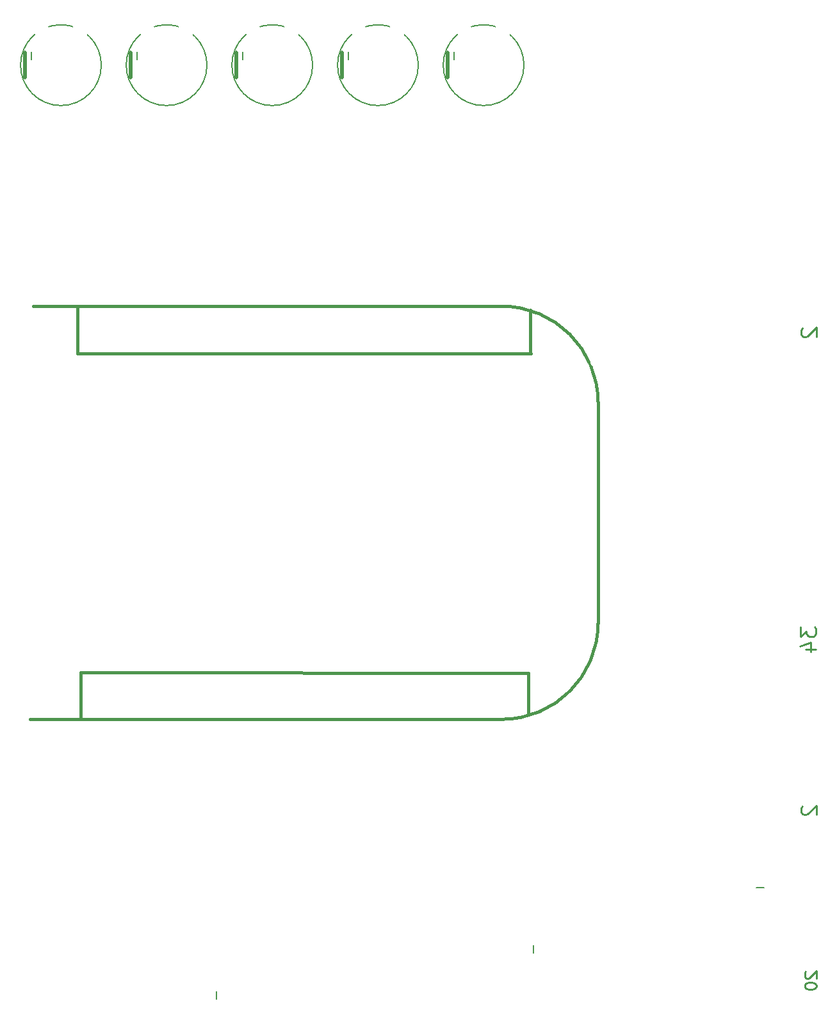
<source format=gbo>
G04 #@! TF.FileFunction,Legend,Bot*
%FSLAX46Y46*%
G04 Gerber Fmt 4.6, Leading zero omitted, Abs format (unit mm)*
G04 Created by KiCad (PCBNEW (after 2015-mar-04 BZR unknown)-product) date Sun 03 Mar 2019 09:58:19 PM EST*
%MOMM*%
G01*
G04 APERTURE LIST*
%ADD10C,0.152400*%
%ADD11C,0.203200*%
%ADD12C,0.254000*%
%ADD13C,0.381000*%
%ADD14C,0.508000*%
%ADD15C,0.762000*%
%ADD16R,9.601200X1.727200*%
%ADD17C,3.505200*%
%ADD18R,1.930400X1.930400*%
%ADD19C,1.930400*%
%ADD20O,1.930400X1.930400*%
%ADD21C,1.727200*%
%ADD22R,1.930400X2.235200*%
%ADD23O,1.930400X2.235200*%
%ADD24R,2.235200X1.930400*%
%ADD25O,2.235200X1.930400*%
%ADD26R,1.600200X1.600200*%
%ADD27C,1.600200*%
%ADD28R,2.743200X2.743200*%
%ADD29C,2.997200*%
%ADD30C,4.191000*%
%ADD31C,2.743200*%
%ADD32C,1.879600*%
%ADD33C,2.202180*%
%ADD34R,2.235200X2.235200*%
%ADD35O,2.235200X2.235200*%
%ADD36R,2.438400X2.438400*%
%ADD37C,1.854200*%
%ADD38C,1.981200*%
%ADD39O,1.574800X1.854200*%
%ADD40R,1.574800X1.854200*%
%ADD41C,4.953000*%
%ADD42R,1.981200X1.981200*%
G04 APERTURE END LIST*
D10*
D11*
X143891000Y-150876000D02*
X143891000Y-151892000D01*
X185801000Y-145796000D02*
X185801000Y-144780000D01*
X215265000Y-137160000D02*
X216281000Y-137160000D01*
D12*
X221086438Y-102710948D02*
X221086438Y-103968852D01*
X221860533Y-103291519D01*
X221860533Y-103581805D01*
X221957295Y-103775329D01*
X222054057Y-103872091D01*
X222247581Y-103968852D01*
X222731390Y-103968852D01*
X222924914Y-103872091D01*
X223021676Y-103775329D01*
X223118438Y-103581805D01*
X223118438Y-103001233D01*
X223021676Y-102807710D01*
X222924914Y-102710948D01*
X221763771Y-105710567D02*
X223118438Y-105710567D01*
X220989676Y-105226757D02*
X222441105Y-104742948D01*
X222441105Y-106000852D01*
X221330762Y-63224229D02*
X221234000Y-63320991D01*
X221137238Y-63514514D01*
X221137238Y-63998324D01*
X221234000Y-64191848D01*
X221330762Y-64288610D01*
X221524286Y-64385371D01*
X221717810Y-64385371D01*
X222008095Y-64288610D01*
X223169238Y-63127467D01*
X223169238Y-64385371D01*
X221776471Y-148305157D02*
X221703900Y-148377728D01*
X221631329Y-148522871D01*
X221631329Y-148885728D01*
X221703900Y-149030871D01*
X221776471Y-149103442D01*
X221921614Y-149176014D01*
X222066757Y-149176014D01*
X222284471Y-149103442D01*
X223155329Y-148232585D01*
X223155329Y-149176014D01*
X221631329Y-150119443D02*
X221631329Y-150264586D01*
X221703900Y-150409729D01*
X221776471Y-150482300D01*
X221921614Y-150554871D01*
X222211900Y-150627443D01*
X222574757Y-150627443D01*
X222865043Y-150554871D01*
X223010186Y-150482300D01*
X223082757Y-150409729D01*
X223155329Y-150264586D01*
X223155329Y-150119443D01*
X223082757Y-149974300D01*
X223010186Y-149901729D01*
X222865043Y-149829157D01*
X222574757Y-149756586D01*
X222211900Y-149756586D01*
X221921614Y-149829157D01*
X221776471Y-149901729D01*
X221703900Y-149974300D01*
X221631329Y-150119443D01*
X221356162Y-126406729D02*
X221259400Y-126503491D01*
X221162638Y-126697014D01*
X221162638Y-127180824D01*
X221259400Y-127374348D01*
X221356162Y-127471110D01*
X221549686Y-127567871D01*
X221743210Y-127567871D01*
X222033495Y-127471110D01*
X223194638Y-126309967D01*
X223194638Y-127567871D01*
D13*
X125476000Y-60325000D02*
X125476000Y-66548000D01*
X125526800Y-66548000D02*
X185420000Y-66548000D01*
X185369200Y-66497200D02*
X185369200Y-60807600D01*
X125882400Y-114808000D02*
X125882400Y-108762800D01*
X125882400Y-108762800D02*
X185115200Y-108813600D01*
X185115200Y-108813600D02*
X185115200Y-114350800D01*
X181610000Y-60325000D02*
X119634000Y-60325000D01*
X181610000Y-114935000D02*
X119253000Y-114935000D01*
X194310000Y-102235000D02*
X194310000Y-73025000D01*
X181610000Y-114935000D02*
G75*
G03X194310000Y-102235000I0J12700000D01*
G01*
X194310000Y-73025000D02*
G75*
G03X181610000Y-60325000I-12700000J0D01*
G01*
D14*
X174387000Y-30099000D02*
X174387000Y-26797000D01*
D10*
X184512951Y-28448000D02*
G75*
G03X184512951Y-28448000I-5339951J0D01*
G01*
X175276000Y-27686000D02*
X175276000Y-26670000D01*
D14*
X160417000Y-30099000D02*
X160417000Y-26797000D01*
D10*
X170542951Y-28448000D02*
G75*
G03X170542951Y-28448000I-5339951J0D01*
G01*
X161306000Y-27686000D02*
X161306000Y-26670000D01*
D14*
X132477000Y-30099000D02*
X132477000Y-26797000D01*
D10*
X142602951Y-28448000D02*
G75*
G03X142602951Y-28448000I-5339951J0D01*
G01*
X133366000Y-27686000D02*
X133366000Y-26670000D01*
D14*
X146447000Y-30099000D02*
X146447000Y-26797000D01*
D10*
X156572951Y-28448000D02*
G75*
G03X156572951Y-28448000I-5339951J0D01*
G01*
X147336000Y-27686000D02*
X147336000Y-26670000D01*
D14*
X118507000Y-30099000D02*
X118507000Y-26797000D01*
D10*
X128632951Y-28448000D02*
G75*
G03X128632951Y-28448000I-5339951J0D01*
G01*
X119396000Y-27686000D02*
X119396000Y-26670000D01*
%LPC*%
D15*
X224434400Y-151917000D02*
X224434400Y-124434200D01*
X225196400Y-151917000D02*
X225196400Y-124434200D01*
X225958400Y-151917000D02*
X225958400Y-124434200D01*
X226720400Y-151917000D02*
X226720400Y-124434200D01*
X227482400Y-151917000D02*
X227482400Y-124434200D01*
X228244400Y-151917000D02*
X228244400Y-124434200D01*
X229006400Y-151917000D02*
X229006400Y-124434200D01*
X229768400Y-151917000D02*
X229768400Y-124434200D01*
X230530400Y-151917000D02*
X230530400Y-124434200D01*
X231292400Y-151917000D02*
X231292400Y-124434200D01*
X232054400Y-151917000D02*
X232054400Y-124434200D01*
X232816400Y-151917000D02*
X232816400Y-124434200D01*
X233578400Y-151917000D02*
X233578400Y-124434200D01*
X234340400Y-151917000D02*
X234340400Y-124434200D01*
D10*
X228828600Y-61569600D02*
X228854000Y-61544200D01*
D15*
X224434400Y-106883200D02*
X224434400Y-61518800D01*
X225196400Y-106883200D02*
X225196400Y-61518800D01*
X225958400Y-106883200D02*
X225958400Y-61518800D01*
X226720400Y-106883200D02*
X226720400Y-61518800D01*
X227482400Y-106883200D02*
X227482400Y-61518800D01*
X228244400Y-106883200D02*
X228244400Y-61518800D01*
X229006400Y-106883200D02*
X229006400Y-61518800D01*
X229768400Y-106883200D02*
X229768400Y-61518800D01*
X230530400Y-106883200D02*
X230530400Y-61518800D01*
X231292400Y-106883200D02*
X231292400Y-61518800D01*
X232054400Y-106883200D02*
X232054400Y-61518800D01*
X232816400Y-106883200D02*
X232816400Y-61518800D01*
X233578400Y-106883200D02*
X233578400Y-61518800D01*
X234340400Y-106883200D02*
X234340400Y-61518800D01*
D16*
X228846380Y-126745600D03*
X228846380Y-129285600D03*
X228846380Y-131825600D03*
X228846380Y-134365600D03*
X228846380Y-136905600D03*
X228846380Y-139445600D03*
X228846380Y-141985600D03*
X228846380Y-144525600D03*
X228846380Y-147065600D03*
X228846380Y-149605600D03*
X228841300Y-63881000D03*
X228841300Y-66421000D03*
X228841300Y-68961000D03*
X228841300Y-71501000D03*
X228841300Y-74041000D03*
X228841300Y-76581000D03*
X228841300Y-79121000D03*
X228841300Y-81661000D03*
X228841300Y-84201000D03*
X228841300Y-86741000D03*
X228841300Y-89281000D03*
X228841300Y-91821000D03*
X228841300Y-94361000D03*
X228841300Y-96901000D03*
X228841300Y-99441000D03*
X228841300Y-101981000D03*
X228841300Y-104521000D03*
D17*
X188595000Y-108585000D03*
X122555000Y-111760000D03*
X122555000Y-63500000D03*
X188595000Y-66675000D03*
D18*
X127635000Y-113030000D03*
D19*
X127635000Y-110490000D03*
X130175000Y-113030000D03*
X130175000Y-110490000D03*
X132715000Y-113030000D03*
X132715000Y-110490000D03*
X135255000Y-113030000D03*
X135255000Y-110490000D03*
X137795000Y-113030000D03*
X137795000Y-110490000D03*
X140335000Y-113030000D03*
X140335000Y-110490000D03*
X142875000Y-113030000D03*
X142875000Y-110490000D03*
X145415000Y-113030000D03*
X145415000Y-110490000D03*
X147955000Y-113030000D03*
X147955000Y-110490000D03*
X150495000Y-113030000D03*
X150495000Y-110490000D03*
X153035000Y-113030000D03*
X153035000Y-110490000D03*
X155575000Y-113030000D03*
X155575000Y-110490000D03*
X158115000Y-113030000D03*
X158115000Y-110490000D03*
X160655000Y-113030000D03*
X160655000Y-110490000D03*
X163195000Y-113030000D03*
X163195000Y-110490000D03*
X165735000Y-113030000D03*
X165735000Y-110490000D03*
X168275000Y-113030000D03*
X168275000Y-110490000D03*
X170815000Y-113030000D03*
X170815000Y-110490000D03*
X173355000Y-113030000D03*
X173355000Y-110490000D03*
X175895000Y-113030000D03*
X175895000Y-110490000D03*
X178435000Y-113030000D03*
X178435000Y-110490000D03*
X180975000Y-113030000D03*
X180975000Y-110490000D03*
X183515000Y-113030000D03*
X183515000Y-110490000D03*
D18*
X127635000Y-64770000D03*
D19*
X127635000Y-62230000D03*
X130175000Y-64770000D03*
X130175000Y-62230000D03*
X132715000Y-64770000D03*
X132715000Y-62230000D03*
X135255000Y-64770000D03*
X135255000Y-62230000D03*
X137795000Y-64770000D03*
X137795000Y-62230000D03*
X140335000Y-64770000D03*
X140335000Y-62230000D03*
X142875000Y-64770000D03*
X142875000Y-62230000D03*
X145415000Y-64770000D03*
X145415000Y-62230000D03*
X147955000Y-64770000D03*
X147955000Y-62230000D03*
X150495000Y-64770000D03*
X150495000Y-62230000D03*
X153035000Y-64770000D03*
X153035000Y-62230000D03*
X155575000Y-64770000D03*
X155575000Y-62230000D03*
X158115000Y-64770000D03*
X158115000Y-62230000D03*
X160655000Y-64770000D03*
X160655000Y-62230000D03*
X163195000Y-64770000D03*
X163195000Y-62230000D03*
X165735000Y-64770000D03*
X165735000Y-62230000D03*
X168275000Y-64770000D03*
X168275000Y-62230000D03*
X170815000Y-64770000D03*
X170815000Y-62230000D03*
X173355000Y-64770000D03*
X173355000Y-62230000D03*
X175895000Y-64770000D03*
X175895000Y-62230000D03*
X178435000Y-64770000D03*
X178435000Y-62230000D03*
X180975000Y-64770000D03*
X180975000Y-62230000D03*
X183515000Y-64770000D03*
X183515000Y-62230000D03*
D18*
X204470000Y-50800000D03*
D20*
X204470000Y-48260000D03*
X204470000Y-45720000D03*
D21*
X149479000Y-38100000D03*
X146939000Y-38100000D03*
X152019000Y-38100000D03*
D18*
X175387000Y-84836000D03*
D20*
X175387000Y-82296000D03*
X177927000Y-84836000D03*
X177927000Y-82296000D03*
D18*
X214503000Y-95504000D03*
D20*
X217043000Y-95504000D03*
X214503000Y-98044000D03*
X217043000Y-98044000D03*
X214503000Y-100584000D03*
X217043000Y-100584000D03*
X214503000Y-103124000D03*
X217043000Y-103124000D03*
D18*
X203835000Y-95504000D03*
D20*
X206375000Y-95504000D03*
X203835000Y-98044000D03*
X206375000Y-98044000D03*
X203835000Y-100584000D03*
X206375000Y-100584000D03*
X203835000Y-103124000D03*
X206375000Y-103124000D03*
D18*
X146685000Y-74930000D03*
D20*
X149225000Y-74930000D03*
X146685000Y-77470000D03*
X149225000Y-77470000D03*
X146685000Y-80010000D03*
X149225000Y-80010000D03*
X146685000Y-82550000D03*
X149225000Y-82550000D03*
X146685000Y-85090000D03*
X149225000Y-85090000D03*
X146685000Y-87630000D03*
X149225000Y-87630000D03*
X146685000Y-90170000D03*
X149225000Y-90170000D03*
X146685000Y-92710000D03*
X149225000Y-92710000D03*
X146685000Y-95250000D03*
X149225000Y-95250000D03*
X146685000Y-97790000D03*
X149225000Y-97790000D03*
D18*
X211455000Y-129540000D03*
D20*
X213995000Y-129540000D03*
X211455000Y-132080000D03*
X213995000Y-132080000D03*
X211455000Y-134620000D03*
X213995000Y-134620000D03*
X211455000Y-137160000D03*
X213995000Y-137160000D03*
X211455000Y-139700000D03*
X213995000Y-139700000D03*
X211455000Y-142240000D03*
X213995000Y-142240000D03*
X211455000Y-144780000D03*
X213995000Y-144780000D03*
X211455000Y-147320000D03*
X213995000Y-147320000D03*
X211455000Y-149860000D03*
X213995000Y-149860000D03*
X211455000Y-152400000D03*
X213995000Y-152400000D03*
D18*
X178181000Y-149606000D03*
D20*
X178181000Y-147066000D03*
X180721000Y-149606000D03*
X180721000Y-147066000D03*
X183261000Y-149606000D03*
X183261000Y-147066000D03*
X185801000Y-149606000D03*
X185801000Y-147066000D03*
X188341000Y-149606000D03*
X188341000Y-147066000D03*
X190881000Y-149606000D03*
X190881000Y-147066000D03*
X193421000Y-149606000D03*
X193421000Y-147066000D03*
X195961000Y-149606000D03*
X195961000Y-147066000D03*
X198501000Y-149606000D03*
X198501000Y-147066000D03*
X201041000Y-149606000D03*
X201041000Y-147066000D03*
D18*
X126111000Y-149606000D03*
D20*
X126111000Y-147066000D03*
X128651000Y-149606000D03*
X128651000Y-147066000D03*
X131191000Y-149606000D03*
X131191000Y-147066000D03*
X133731000Y-149606000D03*
X133731000Y-147066000D03*
X136271000Y-149606000D03*
X136271000Y-147066000D03*
X138811000Y-149606000D03*
X138811000Y-147066000D03*
X141351000Y-149606000D03*
X141351000Y-147066000D03*
X143891000Y-149606000D03*
X143891000Y-147066000D03*
X146431000Y-149606000D03*
X146431000Y-147066000D03*
X148971000Y-149606000D03*
X148971000Y-147066000D03*
X151511000Y-149606000D03*
X151511000Y-147066000D03*
X154051000Y-149606000D03*
X154051000Y-147066000D03*
X156591000Y-149606000D03*
X156591000Y-147066000D03*
X159131000Y-149606000D03*
X159131000Y-147066000D03*
X161671000Y-149606000D03*
X161671000Y-147066000D03*
X164211000Y-149606000D03*
X164211000Y-147066000D03*
X166751000Y-149606000D03*
X166751000Y-147066000D03*
D22*
X145415000Y-140335000D03*
D23*
X147955000Y-140335000D03*
X150495000Y-140335000D03*
X153035000Y-140335000D03*
X155575000Y-140335000D03*
X158115000Y-140335000D03*
X160655000Y-140335000D03*
X163195000Y-140335000D03*
X165735000Y-140335000D03*
X168275000Y-140335000D03*
D24*
X216535000Y-62865000D03*
D25*
X216535000Y-65405000D03*
X216535000Y-67945000D03*
X216535000Y-70485000D03*
X216535000Y-73025000D03*
X216535000Y-75565000D03*
X216535000Y-78105000D03*
X216535000Y-80645000D03*
X216535000Y-83185000D03*
X216535000Y-85725000D03*
D26*
X145415000Y-137160000D03*
D27*
X147955000Y-137160000D03*
X150495000Y-137160000D03*
X153035000Y-137160000D03*
X155575000Y-137160000D03*
X158115000Y-137160000D03*
X160655000Y-137160000D03*
X163195000Y-137160000D03*
X165735000Y-137160000D03*
X168275000Y-137160000D03*
X168275000Y-129540000D03*
X165735000Y-129540000D03*
X163195000Y-129540000D03*
X160655000Y-129540000D03*
X158115000Y-129540000D03*
X155575000Y-129540000D03*
X153035000Y-129540000D03*
X150495000Y-129540000D03*
X147955000Y-129540000D03*
X145415000Y-129540000D03*
D28*
X220218000Y-40894000D03*
D29*
X220218000Y-35814000D03*
X220218000Y-30734000D03*
X220218000Y-25654000D03*
D30*
X230378000Y-28194000D03*
X230378000Y-38354000D03*
D31*
X222758000Y-23114000D03*
X222758000Y-43434000D03*
D32*
X133350000Y-53340000D03*
X133350000Y-50800000D03*
D33*
X198086980Y-53848000D03*
X177766980Y-53848000D03*
D31*
X208915000Y-28575000D03*
D28*
X208915000Y-43815000D03*
D31*
X157924000Y-55753000D03*
D28*
X173164000Y-55753000D03*
D26*
X191643000Y-72644000D03*
D27*
X191643000Y-75184000D03*
X191643000Y-77724000D03*
X191643000Y-80264000D03*
X191643000Y-82804000D03*
X191643000Y-85344000D03*
X191643000Y-87884000D03*
X199263000Y-87884000D03*
X199263000Y-85344000D03*
X199263000Y-82804000D03*
X199263000Y-80264000D03*
X199263000Y-77724000D03*
X199263000Y-75184000D03*
X199263000Y-72644000D03*
D26*
X133223000Y-125730000D03*
D27*
X135763000Y-125730000D03*
X138303000Y-125730000D03*
X140843000Y-125730000D03*
X143383000Y-125730000D03*
X145923000Y-125730000D03*
X148463000Y-125730000D03*
X148463000Y-118110000D03*
X145923000Y-118110000D03*
X143383000Y-118110000D03*
X140843000Y-118110000D03*
X138303000Y-118110000D03*
X135763000Y-118110000D03*
X133223000Y-118110000D03*
D26*
X160401000Y-125730000D03*
D27*
X162941000Y-125730000D03*
X165481000Y-125730000D03*
X168021000Y-125730000D03*
X170561000Y-125730000D03*
X173101000Y-125730000D03*
X175641000Y-125730000D03*
X175641000Y-118110000D03*
X173101000Y-118110000D03*
X170561000Y-118110000D03*
X168021000Y-118110000D03*
X165481000Y-118110000D03*
X162941000Y-118110000D03*
X160401000Y-118110000D03*
D34*
X131699000Y-135382000D03*
D35*
X131699000Y-137922000D03*
D26*
X204597000Y-60452000D03*
D27*
X204597000Y-62992000D03*
X204597000Y-65532000D03*
X204597000Y-68072000D03*
X204597000Y-70612000D03*
X204597000Y-73152000D03*
X204597000Y-75692000D03*
X204597000Y-78232000D03*
X204597000Y-80772000D03*
X204597000Y-83312000D03*
X212217000Y-83312000D03*
X212217000Y-80772000D03*
X212217000Y-78232000D03*
X212217000Y-75692000D03*
X212217000Y-73152000D03*
X212217000Y-70612000D03*
X212217000Y-68072000D03*
X212217000Y-65532000D03*
X212217000Y-62992000D03*
X212217000Y-60452000D03*
D26*
X168529000Y-78232000D03*
D27*
X171069000Y-78232000D03*
X173609000Y-78232000D03*
X176149000Y-78232000D03*
X176149000Y-70612000D03*
X173609000Y-70612000D03*
X171069000Y-70612000D03*
X168529000Y-70612000D03*
D36*
X214757000Y-26670000D03*
X215138000Y-42672000D03*
X125095000Y-51435000D03*
X191897000Y-96012000D03*
D37*
X178435000Y-50721260D03*
X178435000Y-40561260D03*
X195023740Y-129540000D03*
X205183740Y-129540000D03*
X134747000Y-69674740D03*
X134747000Y-79834740D03*
X157607000Y-88978740D03*
X157607000Y-99138740D03*
X161671000Y-88978740D03*
X161671000Y-99138740D03*
X182880000Y-35892740D03*
X182880000Y-46052740D03*
X160733740Y-81534000D03*
X170893740Y-81534000D03*
X160733740Y-85090000D03*
X170893740Y-85090000D03*
X175816260Y-103632000D03*
X165656260Y-103632000D03*
X137081260Y-57150000D03*
X126921260Y-57150000D03*
X120728740Y-44450000D03*
X130888740Y-44450000D03*
X144066260Y-44450000D03*
X133906260Y-44450000D03*
X156591000Y-36654740D03*
X156591000Y-46814740D03*
X160606740Y-43942000D03*
X170766740Y-43942000D03*
X171181260Y-48958500D03*
X161021260Y-48958500D03*
X123571000Y-120982740D03*
X123571000Y-131142740D03*
X141272260Y-103124000D03*
X131112260Y-103124000D03*
X189532260Y-129540000D03*
X179372260Y-129540000D03*
X141399260Y-98933000D03*
X131239260Y-98933000D03*
X138811000Y-69674740D03*
X138811000Y-79834740D03*
X207977740Y-50038000D03*
X218137740Y-50038000D03*
D21*
X197485000Y-116205000D03*
X197485000Y-118745000D03*
X165227000Y-73152000D03*
X165227000Y-75692000D03*
X140335000Y-131826000D03*
X140335000Y-134366000D03*
X128651000Y-120650000D03*
X128651000Y-123190000D03*
X193802000Y-135128000D03*
X193802000Y-137668000D03*
X196723000Y-67564000D03*
X194183000Y-67564000D03*
X209677000Y-55626000D03*
X207137000Y-55626000D03*
X155829000Y-120650000D03*
X155829000Y-123190000D03*
X178054000Y-134874000D03*
X178054000Y-137414000D03*
D38*
X186817000Y-48768000D03*
X186817000Y-43688000D03*
X191897000Y-48768000D03*
X191897000Y-43688000D03*
X196977000Y-48768000D03*
X196977000Y-43688000D03*
X198120000Y-38735000D03*
X203200000Y-38735000D03*
D39*
X188239400Y-38785800D03*
X189941200Y-38785800D03*
X191643000Y-38785800D03*
X193344800Y-38785800D03*
D40*
X195046600Y-38785800D03*
D37*
X191566800Y-25069800D03*
X191135000Y-122349260D03*
X191135000Y-112189260D03*
X203835000Y-34465260D03*
X203835000Y-24305260D03*
X198755000Y-24462740D03*
X198755000Y-34622740D03*
X151940260Y-54864000D03*
X141780260Y-54864000D03*
X151940260Y-51054000D03*
X141780260Y-51054000D03*
D26*
X201930000Y-121285000D03*
D27*
X204470000Y-121285000D03*
X207010000Y-121285000D03*
X209550000Y-121285000D03*
X212090000Y-121285000D03*
X214630000Y-121285000D03*
X217170000Y-121285000D03*
X217170000Y-113665000D03*
X214630000Y-113665000D03*
X212090000Y-113665000D03*
X209550000Y-113665000D03*
X207010000Y-113665000D03*
X204470000Y-113665000D03*
X201930000Y-113665000D03*
D41*
X201422000Y-18161000D03*
X201422000Y-157861000D03*
X122174000Y-157861000D03*
X122174000Y-18161000D03*
D36*
X194183000Y-60452000D03*
X170815000Y-93980000D03*
D37*
X194183000Y-122349260D03*
X194183000Y-112189260D03*
D42*
X181697000Y-23948000D03*
D38*
X176673000Y-28448000D03*
D42*
X181697000Y-28448000D03*
D38*
X176697000Y-23948000D03*
D42*
X167727000Y-23948000D03*
D38*
X162703000Y-28448000D03*
D42*
X167727000Y-28448000D03*
D38*
X162727000Y-23948000D03*
D42*
X139787000Y-23948000D03*
D38*
X134763000Y-28448000D03*
D42*
X139787000Y-28448000D03*
D38*
X134787000Y-23948000D03*
D42*
X153757000Y-23948000D03*
D38*
X148733000Y-28448000D03*
D42*
X153757000Y-28448000D03*
D38*
X148757000Y-23948000D03*
D42*
X125817000Y-23948000D03*
D38*
X120793000Y-28448000D03*
D42*
X125817000Y-28448000D03*
D38*
X120817000Y-23948000D03*
D21*
X174371000Y-37592000D03*
X171831000Y-37592000D03*
X176911000Y-37592000D03*
X164719000Y-37592000D03*
X162179000Y-37592000D03*
X167259000Y-37592000D03*
X136779000Y-38100000D03*
X134239000Y-38100000D03*
X139319000Y-38100000D03*
X125095000Y-38100000D03*
X122555000Y-38100000D03*
X127635000Y-38100000D03*
D38*
X181356000Y-71107300D03*
X181356000Y-76187300D03*
M02*

</source>
